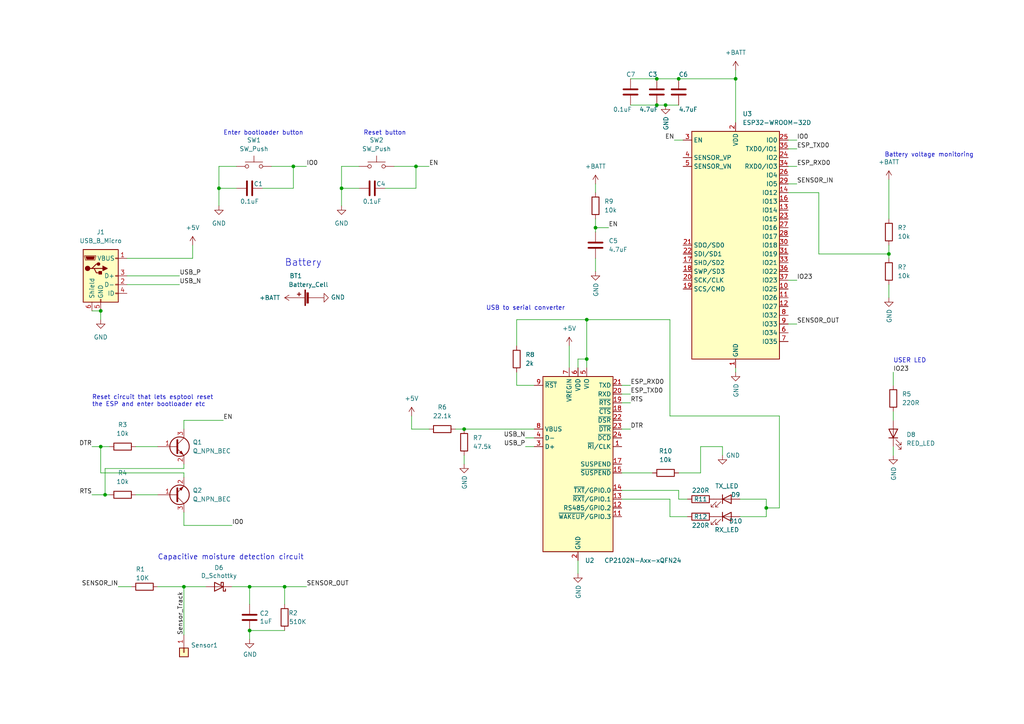
<source format=kicad_sch>
(kicad_sch (version 20211123) (generator eeschema)
  (paper "A4")
  (title_block (title "Capacitive Soil Moisture Sensor") (date "%%date%%") (rev "%%version%%") (comment 1 "Philipp Oberdiek ©") (comment 2 "Licensed under CERN-OHL-P v2"))
  (lib_symbols
    (symbol "Connector:USB_B_Micro" (pin_names (offset 1.016))
      (property "Reference" "J" (at -5.08 11.43 0))
      (property "Value" "USB_B_Micro" (at -5.08 8.89 0))
      (symbol "USB_B_Micro_0_1"
        (rectangle (start -5.08 -7.62) (end 5.08 7.62) (stroke (width 0.254)) (fill (type background)))
        (circle (center -3.81 2.159) (radius 0.635) (stroke (width 0.254)) (fill (type outline)))
        (circle (center -0.635 3.429) (radius 0.381) (stroke (width 0.254)) (fill (type outline)))
        (rectangle (start -0.127 -7.62) (end 0.127 -6.858))
        (polyline (pts (xy -1.905 2.159) (xy 0.635 2.159)) (stroke (width 0.254)))
        (polyline (pts (xy -3.175 2.159) (xy -2.54 2.159) (xy -1.27 3.429) (xy -0.635 3.429)) (stroke (width 0.254)))
        (polyline (pts (xy -2.54 2.159) (xy -1.905 2.159) (xy -1.27 0.889) (xy 0 0.889)) (stroke (width 0.254)))
        (polyline (pts (xy 0.635 2.794) (xy 0.635 1.524) (xy 1.905 2.159) (xy 0.635 2.794)) (stroke (width 0.254)) (fill (type outline)))
        (polyline (pts (xy -4.318 5.588) (xy -1.778 5.588) (xy -2.032 4.826) (xy -4.064 4.826) (xy -4.318 5.588)) (fill (type outline)))
        (polyline (pts (xy -4.699 5.842) (xy -4.699 5.588) (xy -4.445 4.826) (xy -4.445 4.572) (xy -1.651 4.572) (xy -1.651 4.826) (xy -1.397 5.588) (xy -1.397 5.842) (xy -4.699 5.842)))
        (rectangle (start 0.254 1.27) (end -0.508 0.508) (stroke (width 0.254)) (fill (type outline)))
        (rectangle (start 5.08 -5.207) (end 4.318 -4.953))
        (rectangle (start 5.08 -2.667) (end 4.318 -2.413))
        (rectangle (start 5.08 -0.127) (end 4.318 0.127))
        (rectangle (start 5.08 4.953) (end 4.318 5.207))
      )
      (symbol "USB_B_Micro_1_1"
        (pin power_out line (at 7.62 5.08 180) (length 2.54) (name "VBUS") (number "1"))
        (pin bidirectional line (at 7.62 -2.54 180) (length 2.54) (name "D-") (number "2"))
        (pin bidirectional line (at 7.62 0 180) (length 2.54) (name "D+") (number "3"))
        (pin passive line (at 7.62 -5.08 180) (length 2.54) (name "ID") (number "4"))
        (pin power_out line (at 0 -10.16 90) (length 2.54) (name "GND") (number "5"))
        (pin passive line (at -2.54 -10.16 90) (length 2.54) (name "Shield") (number "6"))
      )
    )
    (symbol "Connector_Generic:Conn_01x01" (pin_names (offset 1.016) hide)
      (property "Reference" "J" (at 0 2.54 0))
      (property "Value" "Conn_01x01" (at 0 -2.54 0))
      (symbol "Conn_01x01_1_1"
        (rectangle (start -1.27 0.127) (end 0 -0.127) (stroke (width 0.1524)))
        (rectangle (start -1.27 1.27) (end 1.27 -1.27) (stroke (width 0.254)) (fill (type background)))
        (pin passive line (at -5.08 0 0) (length 3.81) (name "Pin_1") (number "1"))
      )
    )
    (symbol "Device:Battery_Cell" (pin_numbers hide) (pin_names (offset 0) hide)
      (property "Reference" "BT" (at 2.54 2.54 0))
      (property "Value" "Battery_Cell" (at 2.54 0 0))
      (symbol "Battery_Cell_0_1"
        (rectangle (start -2.286 1.778) (end 2.286 1.524) (fill (type outline)))
        (rectangle (start -1.5748 1.1938) (end 1.4732 0.6858) (fill (type outline)))
        (polyline (pts (xy 0 0.762) (xy 0 0)))
        (polyline (pts (xy 0 1.778) (xy 0 2.54)))
        (polyline (pts (xy 0.508 3.429) (xy 1.524 3.429)) (stroke (width 0.254)))
        (polyline (pts (xy 1.016 3.937) (xy 1.016 2.921)) (stroke (width 0.254)))
      )
      (symbol "Battery_Cell_1_1"
        (pin passive line (at 0 5.08 270) (length 2.54) (name "+") (number "1"))
        (pin passive line (at 0 -2.54 90) (length 2.54) (name "-") (number "2"))
      )
    )
    (symbol "Device:C" (pin_numbers hide) (pin_names (offset 0.254))
      (property "Reference" "C" (at 0.635 2.54 0))
      (property "Value" "C" (at 0.635 -2.54 0))
      (symbol "C_0_1"
        (polyline (pts (xy -2.032 -0.762) (xy 2.032 -0.762)) (stroke (width 0.508)))
        (polyline (pts (xy -2.032 0.762) (xy 2.032 0.762)) (stroke (width 0.508)))
      )
      (symbol "C_1_1"
        (pin passive line (at 0 3.81 270) (length 2.794) (name "~") (number "1"))
        (pin passive line (at 0 -3.81 90) (length 2.794) (name "~") (number "2"))
      )
    )
    (symbol "Device:D_Schottky" (pin_numbers hide) (pin_names (offset 1.016) hide)
      (property "Reference" "D" (at 0 2.54 0))
      (property "Value" "D_Schottky" (at 0 -2.54 0))
      (symbol "D_Schottky_0_1"
        (polyline (pts (xy 1.27 0) (xy -1.27 0)))
        (polyline (pts (xy 1.27 1.27) (xy 1.27 -1.27) (xy -1.27 0) (xy 1.27 1.27)) (stroke (width 0.254)))
        (polyline (pts (xy -1.905 0.635) (xy -1.905 1.27) (xy -1.27 1.27) (xy -1.27 -1.27) (xy -0.635 -1.27) (xy -0.635 -0.635)) (stroke (width 0.254)))
      )
      (symbol "D_Schottky_1_1"
        (pin passive line (at -3.81 0 0) (length 2.54) (name "K") (number "1"))
        (pin passive line (at 3.81 0 180) (length 2.54) (name "A") (number "2"))
      )
    )
    (symbol "Device:LED" (pin_numbers hide) (pin_names (offset 1.016) hide)
      (property "Reference" "D" (at 0 2.54 0))
      (property "Value" "LED" (at 0 -2.54 0))
      (symbol "LED_0_1"
        (polyline (pts (xy -1.27 -1.27) (xy -1.27 1.27)) (stroke (width 0.254)))
        (polyline (pts (xy -1.27 0) (xy 1.27 0)))
        (polyline (pts (xy 1.27 -1.27) (xy 1.27 1.27) (xy -1.27 0) (xy 1.27 -1.27)) (stroke (width 0.254)))
        (polyline (pts (xy -3.048 -0.762) (xy -4.572 -2.286) (xy -3.81 -2.286) (xy -4.572 -2.286) (xy -4.572 -1.524)))
        (polyline (pts (xy -1.778 -0.762) (xy -3.302 -2.286) (xy -2.54 -2.286) (xy -3.302 -2.286) (xy -3.302 -1.524)))
      )
      (symbol "LED_1_1"
        (pin passive line (at -3.81 0 0) (length 2.54) (name "K") (number "1"))
        (pin passive line (at 3.81 0 180) (length 2.54) (name "A") (number "2"))
      )
    )
    (symbol "Device:Q_NPN_BEC" (pin_names (offset 0) hide)
      (property "Reference" "Q" (at 5.08 1.27 0))
      (property "Value" "Q_NPN_BEC" (at 5.08 -1.27 0))
      (symbol "Q_NPN_BEC_0_1"
        (polyline (pts (xy 0.635 0.635) (xy 2.54 2.54)))
        (polyline (pts (xy 0.635 -0.635) (xy 2.54 -2.54) (xy 2.54 -2.54)))
        (polyline (pts (xy 0.635 1.905) (xy 0.635 -1.905) (xy 0.635 -1.905)) (stroke (width 0.508)))
        (polyline (pts (xy 1.27 -1.778) (xy 1.778 -1.27) (xy 2.286 -2.286) (xy 1.27 -1.778) (xy 1.27 -1.778)) (fill (type outline)))
        (circle (center 1.27 0) (radius 2.8194) (stroke (width 0.254)))
      )
      (symbol "Q_NPN_BEC_1_1"
        (pin input line (at -5.08 0 0) (length 5.715) (name "B") (number "1"))
        (pin passive line (at 2.54 -5.08 90) (length 2.54) (name "E") (number "2"))
        (pin passive line (at 2.54 5.08 270) (length 2.54) (name "C") (number "3"))
      )
    )
    (symbol "Device:R" (pin_numbers hide) (pin_names (offset 0))
      (property "Reference" "R" (at 2.032 0 90))
      (property "Value" "R" (at 0 0 90))
      (symbol "R_0_1"
        (rectangle (start -1.016 -2.54) (end 1.016 2.54) (stroke (width 0.254)))
      )
      (symbol "R_1_1"
        (pin passive line (at 0 3.81 270) (length 1.27) (name "~") (number "1"))
        (pin passive line (at 0 -3.81 90) (length 1.27) (name "~") (number "2"))
      )
    )
    (symbol "Interface_USB:CP2102N-Axx-xQFN24"
      (property "Reference" "U" (at -8.89 26.67 0))
      (property "Value" "CP2102N-Axx-xQFN24" (at 13.97 26.67 0))
      (symbol "CP2102N-Axx-xQFN24_0_1"
        (rectangle (start -10.16 25.4) (end 10.16 -25.4) (stroke (width 0.254)) (fill (type background)))
      )
      (symbol "CP2102N-Axx-xQFN24_1_1"
        (pin bidirectional line (at 12.7 5.08 180) (length 2.54) (name "~{RI}/CLK") (number "1"))
        (pin no_connect line (at -10.16 -22.86 0) (length 2.54) hide (name "NC") (number "10"))
        (pin bidirectional line (at 12.7 -15.24 180) (length 2.54) (name "~{WAKEUP}/GPIO.3") (number "11"))
        (pin bidirectional line (at 12.7 -12.7 180) (length 2.54) (name "RS485/GPIO.2") (number "12"))
        (pin bidirectional line (at 12.7 -10.16 180) (length 2.54) (name "~{RXT}/GPIO.1") (number "13"))
        (pin bidirectional line (at 12.7 -7.62 180) (length 2.54) (name "~{TXT}/GPIO.0") (number "14"))
        (pin output line (at 12.7 -2.54 180) (length 2.54) (name "~{SUSPEND}") (number "15"))
        (pin no_connect line (at 10.16 -22.86 180) (length 2.54) hide (name "NC") (number "16"))
        (pin output line (at 12.7 0 180) (length 2.54) (name "SUSPEND") (number "17"))
        (pin input line (at 12.7 15.24 180) (length 2.54) (name "~{CTS}") (number "18"))
        (pin output line (at 12.7 17.78 180) (length 2.54) (name "~{RTS}") (number "19"))
        (pin power_in line (at 0 -27.94 90) (length 2.54) (name "GND") (number "2"))
        (pin input line (at 12.7 20.32 180) (length 2.54) (name "RXD") (number "20"))
        (pin output line (at 12.7 22.86 180) (length 2.54) (name "TXD") (number "21"))
        (pin input line (at 12.7 12.7 180) (length 2.54) (name "~{DSR}") (number "22"))
        (pin output line (at 12.7 10.16 180) (length 2.54) (name "~{DTR}") (number "23"))
        (pin input line (at 12.7 7.62 180) (length 2.54) (name "~{DCD}") (number "24"))
        (pin passive line (at 0 -27.94 90) (length 2.54) hide (name "GND") (number "25"))
        (pin bidirectional line (at -12.7 5.08 0) (length 2.54) (name "D+") (number "3"))
        (pin bidirectional line (at -12.7 7.62 0) (length 2.54) (name "D-") (number "4"))
        (pin power_in line (at 2.54 27.94 270) (length 2.54) (name "VIO") (number "5"))
        (pin power_in line (at 0 27.94 270) (length 2.54) (name "VDD") (number "6"))
        (pin power_in line (at -2.54 27.94 270) (length 2.54) (name "VREGIN") (number "7"))
        (pin input line (at -12.7 10.16 0) (length 2.54) (name "VBUS") (number "8"))
        (pin input line (at -12.7 22.86 0) (length 2.54) (name "~{RST}") (number "9"))
      )
    )
    (symbol "RF_Module:ESP32-WROOM-32D"
      (property "Reference" "U" (at -12.7 34.29 0))
      (property "Value" "ESP32-WROOM-32D" (at 1.27 34.29 0))
      (symbol "ESP32-WROOM-32D_0_1"
        (rectangle (start -12.7 33.02) (end 12.7 -33.02) (stroke (width 0.254)) (fill (type background)))
      )
      (symbol "ESP32-WROOM-32D_1_1"
        (pin power_in line (at 0 -35.56 90) (length 2.54) (name "GND") (number "1"))
        (pin bidirectional line (at 15.24 -12.7 180) (length 2.54) (name "IO25") (number "10"))
        (pin bidirectional line (at 15.24 -15.24 180) (length 2.54) (name "IO26") (number "11"))
        (pin bidirectional line (at 15.24 -17.78 180) (length 2.54) (name "IO27") (number "12"))
        (pin bidirectional line (at 15.24 10.16 180) (length 2.54) (name "IO14") (number "13"))
        (pin bidirectional line (at 15.24 15.24 180) (length 2.54) (name "IO12") (number "14"))
        (pin passive line (at 0 -35.56 90) (length 2.54) hide (name "GND") (number "15"))
        (pin bidirectional line (at 15.24 12.7 180) (length 2.54) (name "IO13") (number "16"))
        (pin bidirectional line (at -15.24 -5.08 0) (length 2.54) (name "SHD/SD2") (number "17"))
        (pin bidirectional line (at -15.24 -7.62 0) (length 2.54) (name "SWP/SD3") (number "18"))
        (pin bidirectional line (at -15.24 -12.7 0) (length 2.54) (name "SCS/CMD") (number "19"))
        (pin power_in line (at 0 35.56 270) (length 2.54) (name "VDD") (number "2"))
        (pin bidirectional line (at -15.24 -10.16 0) (length 2.54) (name "SCK/CLK") (number "20"))
        (pin bidirectional line (at -15.24 0 0) (length 2.54) (name "SDO/SD0") (number "21"))
        (pin bidirectional line (at -15.24 -2.54 0) (length 2.54) (name "SDI/SD1") (number "22"))
        (pin bidirectional line (at 15.24 7.62 180) (length 2.54) (name "IO15") (number "23"))
        (pin bidirectional line (at 15.24 25.4 180) (length 2.54) (name "IO2") (number "24"))
        (pin bidirectional line (at 15.24 30.48 180) (length 2.54) (name "IO0") (number "25"))
        (pin bidirectional line (at 15.24 20.32 180) (length 2.54) (name "IO4") (number "26"))
        (pin bidirectional line (at 15.24 5.08 180) (length 2.54) (name "IO16") (number "27"))
        (pin bidirectional line (at 15.24 2.54 180) (length 2.54) (name "IO17") (number "28"))
        (pin bidirectional line (at 15.24 17.78 180) (length 2.54) (name "IO5") (number "29"))
        (pin input line (at -15.24 30.48 0) (length 2.54) (name "EN") (number "3"))
        (pin bidirectional line (at 15.24 0 180) (length 2.54) (name "IO18") (number "30"))
        (pin bidirectional line (at 15.24 -2.54 180) (length 2.54) (name "IO19") (number "31"))
        (pin no_connect line (at -12.7 -27.94 0) (length 2.54) hide (name "NC") (number "32"))
        (pin bidirectional line (at 15.24 -5.08 180) (length 2.54) (name "IO21") (number "33"))
        (pin bidirectional line (at 15.24 22.86 180) (length 2.54) (name "RXD0/IO3") (number "34"))
        (pin bidirectional line (at 15.24 27.94 180) (length 2.54) (name "TXD0/IO1") (number "35"))
        (pin bidirectional line (at 15.24 -7.62 180) (length 2.54) (name "IO22") (number "36"))
        (pin bidirectional line (at 15.24 -10.16 180) (length 2.54) (name "IO23") (number "37"))
        (pin passive line (at 0 -35.56 90) (length 2.54) hide (name "GND") (number "38"))
        (pin passive line (at 0 -35.56 90) (length 2.54) hide (name "GND") (number "39"))
        (pin input line (at -15.24 25.4 0) (length 2.54) (name "SENSOR_VP") (number "4"))
        (pin input line (at -15.24 22.86 0) (length 2.54) (name "SENSOR_VN") (number "5"))
        (pin input line (at 15.24 -25.4 180) (length 2.54) (name "IO34") (number "6"))
        (pin input line (at 15.24 -27.94 180) (length 2.54) (name "IO35") (number "7"))
        (pin bidirectional line (at 15.24 -20.32 180) (length 2.54) (name "IO32") (number "8"))
        (pin bidirectional line (at 15.24 -22.86 180) (length 2.54) (name "IO33") (number "9"))
      )
    )
    (symbol "Switch:SW_Push" (pin_numbers hide) (pin_names (offset 1.016) hide)
      (property "Reference" "SW" (at 1.27 2.54 0))
      (property "Value" "SW_Push" (at 0 -1.524 0))
      (symbol "SW_Push_0_1"
        (circle (center -2.032 0) (radius 0.508))
        (polyline (pts (xy 0 1.27) (xy 0 3.048)))
        (polyline (pts (xy 2.54 1.27) (xy -2.54 1.27)))
        (circle (center 2.032 0) (radius 0.508))
        (pin passive line (at -5.08 0 0) (length 2.54) (name "1") (number "1"))
        (pin passive line (at 5.08 0 180) (length 2.54) (name "2") (number "2"))
      )
    )
    (symbol "power:+5V" (power) (pin_names (offset 0))
      (property "Value" "+5V" (at 0 3.556 0))
      (symbol "+5V_0_1"
        (polyline (pts (xy -0.762 1.27) (xy 0 2.54)))
        (polyline (pts (xy 0 0) (xy 0 2.54)))
        (polyline (pts (xy 0 2.54) (xy 0.762 1.27)))
      )
      (symbol "+5V_1_1"
        (pin power_in line (at 0 0 90) (length 0) hide (name "+5V") (number "1"))
      )
    )
    (symbol "power:+BATT" (power) (pin_names (offset 0))
      (property "Value" "+BATT" (at 0 3.556 0))
      (symbol "+BATT_0_1"
        (polyline (pts (xy -0.762 1.27) (xy 0 2.54)))
        (polyline (pts (xy 0 0) (xy 0 2.54)))
        (polyline (pts (xy 0 2.54) (xy 0.762 1.27)))
      )
      (symbol "+BATT_1_1"
        (pin power_in line (at 0 0 90) (length 0) hide (name "+BATT") (number "1"))
      )
    )
    (symbol "power:GND" (power) (pin_names (offset 0))
      (property "Value" "GND" (at 0 -3.81 0))
      (symbol "GND_0_1"
        (polyline (pts (xy 0 0) (xy 0 -1.27) (xy 1.27 -1.27) (xy 0 -2.54) (xy -1.27 -1.27) (xy 0 -1.27)))
      )
      (symbol "GND_1_1"
        (pin power_in line (at 0 0 270) (length 0) hide (name "GND") (number "1"))
      )
    )
  )
  (junction (at 190.5 22.86))
  (junction (at 134.62 124.46))
  (junction (at 30.48 143.51))
  (junction (at 190.5 30.48))
  (junction (at 196.85 22.86))
  (junction (at 172.72 66.04))
  (junction (at 120.65 48.26))
  (junction (at 213.36 22.86))
  (junction (at 85.09 48.26))
  (junction (at 257.81 73.66))
  (junction (at 72.39 170.18))
  (junction (at 29.21 129.54))
  (junction (at 170.18 92.71))
  (junction (at 99.06 54.61))
  (junction (at 82.55 170.18))
  (junction (at 53.34 170.18))
  (junction (at 170.18 104.14))
  (junction (at 72.39 182.88))
  (junction (at 29.21 90.17))
  (junction (at 193.04 30.48))
  (junction (at 222.25 147.32))
  (junction (at 63.5 54.61))
  (wire (pts (xy 53.34 170.18) (xy 59.69 170.18)))
  (wire (pts (xy 222.25 144.78) (xy 222.25 147.32)))
  (wire (pts (xy 228.6 48.26) (xy 231.14 48.26)))
  (wire (pts (xy 180.34 124.46) (xy 182.88 124.46)))
  (wire (pts (xy 29.21 129.54) (xy 29.21 137.16)))
  (wire (pts (xy 63.5 54.61) (xy 68.58 54.61)))
  (wire (pts (xy 111.76 54.61) (xy 120.65 54.61)))
  (wire (pts (xy 194.31 120.65) (xy 194.31 92.71)))
  (wire (pts (xy 72.39 175.26) (xy 72.39 170.18)))
  (wire (pts (xy 29.21 129.54) (xy 31.75 129.54)))
  (wire (pts (xy 193.04 30.48) (xy 196.85 30.48)))
  (wire (pts (xy 237.49 73.66) (xy 237.49 55.88)))
  (wire (pts (xy 36.83 74.93) (xy 55.88 74.93)))
  (wire (pts (xy 167.64 106.68) (xy 167.64 104.14)))
  (wire (pts (xy 180.34 114.3) (xy 182.88 114.3)))
  (wire (pts (xy 213.36 20.32) (xy 213.36 22.86)))
  (wire (pts (xy 167.64 104.14) (xy 170.18 104.14)))
  (wire (pts (xy 195.58 40.64) (xy 198.12 40.64)))
  (wire (pts (xy 53.34 124.46) (xy 53.34 121.92)))
  (wire (pts (xy 99.06 59.69) (xy 99.06 54.61)))
  (wire (pts (xy 180.34 111.76) (xy 182.88 111.76)))
  (wire (pts (xy 194.31 144.78) (xy 194.31 149.86)))
  (wire (pts (xy 172.72 74.93) (xy 172.72 78.74)))
  (wire (pts (xy 165.1 100.33) (xy 165.1 106.68)))
  (wire (pts (xy 196.85 144.78) (xy 199.39 144.78)))
  (wire (pts (xy 119.38 124.46) (xy 124.46 124.46)))
  (wire (pts (xy 180.34 144.78) (xy 194.31 144.78)))
  (wire (pts (xy 134.62 124.46) (xy 154.94 124.46)))
  (wire (pts (xy 228.6 40.64) (xy 231.14 40.64)))
  (wire (pts (xy 180.34 137.16) (xy 189.23 137.16)))
  (wire (pts (xy 259.08 129.54) (xy 259.08 132.08)))
  (wire (pts (xy 36.83 82.55) (xy 52.07 82.55)))
  (wire (pts (xy 36.83 80.01) (xy 52.07 80.01)))
  (wire (pts (xy 132.08 124.46) (xy 134.62 124.46)))
  (wire (pts (xy 209.55 129.54) (xy 209.55 132.08)))
  (wire (pts (xy 119.38 120.65) (xy 119.38 124.46)))
  (wire (pts (xy 30.48 143.51) (xy 30.48 135.89)))
  (wire (pts (xy 196.85 142.24) (xy 196.85 144.78)))
  (wire (pts (xy 190.5 22.86) (xy 196.85 22.86)))
  (wire (pts (xy 154.94 111.76) (xy 149.86 111.76)))
  (wire (pts (xy 29.21 90.17) (xy 29.21 92.71)))
  (wire (pts (xy 228.6 81.28) (xy 231.14 81.28)))
  (wire (pts (xy 26.67 90.17) (xy 29.21 90.17)))
  (wire (pts (xy 228.6 93.98) (xy 231.14 93.98)))
  (wire (pts (xy 34.29 170.18) (xy 38.1 170.18)))
  (wire (pts (xy 222.25 147.32) (xy 222.25 149.86)))
  (wire (pts (xy 45.72 170.18) (xy 53.34 170.18)))
  (wire (pts (xy 26.67 143.51) (xy 30.48 143.51)))
  (wire (pts (xy 214.63 149.86) (xy 222.25 149.86)))
  (wire (pts (xy 82.55 170.18) (xy 88.9 170.18)))
  (wire (pts (xy 182.88 22.86) (xy 190.5 22.86)))
  (wire (pts (xy 228.6 53.34) (xy 231.14 53.34)))
  (wire (pts (xy 149.86 92.71) (xy 170.18 92.71)))
  (wire (pts (xy 39.37 129.54) (xy 45.72 129.54)))
  (wire (pts (xy 72.39 182.88) (xy 72.39 185.42)))
  (wire (pts (xy 55.88 74.93) (xy 55.88 71.12)))
  (wire (pts (xy 53.34 152.4) (xy 67.31 152.4)))
  (wire (pts (xy 85.09 54.61) (xy 85.09 48.26)))
  (wire (pts (xy 167.64 162.56) (xy 167.64 166.37)))
  (wire (pts (xy 196.85 137.16) (xy 203.2 137.16)))
  (wire (pts (xy 53.34 137.16) (xy 53.34 138.43)))
  (wire (pts (xy 152.4 129.54) (xy 154.94 129.54)))
  (wire (pts (xy 228.6 43.18) (xy 231.14 43.18)))
  (wire (pts (xy 222.25 147.32) (xy 226.06 147.32)))
  (wire (pts (xy 194.31 92.71) (xy 170.18 92.71)))
  (wire (pts (xy 257.81 73.66) (xy 257.81 74.93)))
  (wire (pts (xy 149.86 92.71) (xy 149.86 100.33)))
  (wire (pts (xy 63.5 54.61) (xy 63.5 48.26)))
  (wire (pts (xy 53.34 134.62) (xy 53.34 135.89)))
  (wire (pts (xy 172.72 63.5) (xy 172.72 66.04)))
  (wire (pts (xy 85.09 48.26) (xy 88.9 48.26)))
  (wire (pts (xy 82.55 175.26) (xy 82.55 170.18)))
  (wire (pts (xy 172.72 66.04) (xy 176.53 66.04)))
  (wire (pts (xy 257.81 82.55) (xy 257.81 86.36)))
  (wire (pts (xy 149.86 107.95) (xy 149.86 111.76)))
  (wire (pts (xy 259.08 107.95) (xy 259.08 111.76)))
  (wire (pts (xy 190.5 30.48) (xy 193.04 30.48)))
  (wire (pts (xy 63.5 59.69) (xy 63.5 54.61)))
  (wire (pts (xy 29.21 137.16) (xy 53.34 137.16)))
  (wire (pts (xy 203.2 137.16) (xy 203.2 129.54)))
  (wire (pts (xy 63.5 48.26) (xy 68.58 48.26)))
  (wire (pts (xy 257.81 52.07) (xy 257.81 63.5)))
  (wire (pts (xy 214.63 144.78) (xy 222.25 144.78)))
  (wire (pts (xy 120.65 48.26) (xy 124.46 48.26)))
  (wire (pts (xy 152.4 127) (xy 154.94 127)))
  (wire (pts (xy 26.67 129.54) (xy 29.21 129.54)))
  (wire (pts (xy 76.2 54.61) (xy 85.09 54.61)))
  (wire (pts (xy 257.81 71.12) (xy 257.81 73.66)))
  (wire (pts (xy 203.2 129.54) (xy 209.55 129.54)))
  (wire (pts (xy 213.36 22.86) (xy 213.36 35.56)))
  (wire (pts (xy 172.72 53.34) (xy 172.72 55.88)))
  (wire (pts (xy 213.36 106.68) (xy 213.36 107.95)))
  (wire (pts (xy 226.06 120.65) (xy 194.31 120.65)))
  (wire (pts (xy 99.06 54.61) (xy 99.06 48.26)))
  (wire (pts (xy 120.65 48.26) (xy 114.3 48.26)))
  (wire (pts (xy 259.08 119.38) (xy 259.08 121.92)))
  (wire (pts (xy 99.06 48.26) (xy 104.14 48.26)))
  (wire (pts (xy 82.55 182.88) (xy 72.39 182.88)))
  (wire (pts (xy 170.18 92.71) (xy 170.18 104.14)))
  (wire (pts (xy 67.31 170.18) (xy 72.39 170.18)))
  (wire (pts (xy 180.34 142.24) (xy 196.85 142.24)))
  (wire (pts (xy 72.39 170.18) (xy 82.55 170.18)))
  (wire (pts (xy 226.06 120.65) (xy 226.06 147.32)))
  (wire (pts (xy 39.37 143.51) (xy 45.72 143.51)))
  (wire (pts (xy 99.06 54.61) (xy 104.14 54.61)))
  (wire (pts (xy 257.81 73.66) (xy 237.49 73.66)))
  (wire (pts (xy 182.88 30.48) (xy 190.5 30.48)))
  (wire (pts (xy 170.18 104.14) (xy 170.18 106.68)))
  (wire (pts (xy 172.72 66.04) (xy 172.72 67.31)))
  (wire (pts (xy 180.34 116.84) (xy 182.88 116.84)))
  (wire (pts (xy 237.49 55.88) (xy 228.6 55.88)))
  (wire (pts (xy 30.48 135.89) (xy 53.34 135.89)))
  (wire (pts (xy 53.34 184.15) (xy 53.34 170.18)))
  (wire (pts (xy 134.62 132.08) (xy 134.62 134.62)))
  (wire (pts (xy 53.34 121.92) (xy 64.77 121.92)))
  (wire (pts (xy 120.65 54.61) (xy 120.65 48.26)))
  (wire (pts (xy 85.09 48.26) (xy 78.74 48.26)))
  (wire (pts (xy 196.85 22.86) (xy 213.36 22.86)))
  (wire (pts (xy 53.34 148.59) (xy 53.34 152.4)))
  (wire (pts (xy 30.48 143.51) (xy 31.75 143.51)))
  (wire (pts (xy 194.31 149.86) (xy 199.39 149.86)))
  (text "USB to serial converter" (at 140.97 90.17 0) (effects (font (size 1.27 1.27)) (justify left bottom)))
  (text "USER LED" (at 259.08 105.41 0) (effects (font (size 1.27 1.27)) (justify left bottom)))
  (text "Reset circuit that lets esptool reset\nthe ESP and enter bootloader etc" (at 26.67 118.11 0) (effects (font (size 1.27 1.27)) (justify left bottom)))
  (text "Battery voltage monitoring" (at 256.54 45.72 0) (effects (font (size 1.27 1.27)) (justify left bottom)))
  (text "Enter bootloader button" (at 64.77 39.37 0) (effects (font (size 1.27 1.27)) (justify left bottom)))
  (text "Battery" (at 82.55 77.47 0) (effects (font (size 2.0066 2.0066)) (justify left bottom)))
  (text "Capacitive moisture detection circuit" (at 45.72 162.56 0) (effects (font (size 1.5 1.5)) (justify left bottom)))
  (text "Reset button" (at 105.41 39.37 0) (effects (font (size 1.27 1.27)) (justify left bottom)))
  (label "EN" (at 195.58 40.64 180))
  (label "IO23" (at 231.14 81.28 0))
  (label "ESP_RXD0" (at 182.88 111.76 0))
  (label "USB_N" (at 52.07 82.55 0))
  (label "DTR" (at 26.67 129.54 180))
  (label "ESP_RXD0" (at 231.14 48.26 0))
  (label "EN" (at 64.77 121.92 0))
  (label "DTR" (at 182.88 124.46 0))
  (label "IO23" (at 259.08 107.95 0))
  (label "SENSOR_IN" (at 34.29 170.18 180))
  (label "IO0" (at 88.9 48.26 0))
  (label "USB_P" (at 152.4 129.54 180))
  (label "EN" (at 176.53 66.04 0))
  (label "ESP_TXD0" (at 231.14 43.18 0))
  (label "SENSOR_OUT" (at 88.9 170.18 0))
  (label "IO0" (at 231.14 40.64 0))
  (label "ESP_TXD0" (at 182.88 114.3 0))
  (label "USB_P" (at 52.07 80.01 0))
  (label "SENSOR_OUT" (at 231.14 93.98 0))
  (label "IO0" (at 67.31 152.4 0))
  (label "Sensor_Track" (at 53.34 184.15 90))
  (label "RTS" (at 26.67 143.51 180))
  (label "SENSOR_IN" (at 231.14 53.34 0))
  (label "USB_N" (at 152.4 127 180))
  (label "EN" (at 124.46 48.26 0))
  (label "RTS" (at 182.88 116.84 0))
  (symbol (lib_id "Device:R") (at 41.91 170.18 270) (unit 1)
    (property "Reference" "R1" (at 39.37 165.1 90) (effects (justify left)))
    (property "Value" "10K" (at 39.37 167.64 90) (effects (justify left)))
    (property "Footprint" "Resistor_SMD:R_0603_1608Metric" (effects hide))
    (property "LCSC" "C17414" (effects hide))
    (property "Config" "+rotated" (effects hide))
  )
  (symbol (lib_id "Device:C") (at 72.39 179.07 0) (unit 1)
    (property "Reference" "C2" (at 75.311 177.9016 0) (effects (justify left)))
    (property "Value" "1uF" (at 75.311 180.213 0) (effects (justify left)))
    (property "Footprint" "Capacitor_SMD:C_0603_1608Metric" (effects hide))
    (property "LCSC" "C28323" (effects hide))
    (property "Config" "+rotated" (effects hide))
  )
  (symbol (lib_id "Device:R") (at 82.55 179.07 180) (unit 1)
    (property "Reference" "R2" (at 86.36 177.8 0) (effects (justify left)))
    (property "Value" "510K" (at 88.9 180.34 0) (effects (justify left)))
    (property "Footprint" "Resistor_SMD:R_0603_1608Metric" (effects hide))
    (property "LCSC" "C17733" (effects hide))
    (property "Config" "+rotated" (effects hide))
  )
  (symbol (lib_id "power:GND") (at 72.39 185.42 0) (unit 1)
    (property "Reference" "#PWR0103" (effects hide))
    (property "Value" "GND" (at 72.517 189.8142 0))
  )
  (symbol (lib_id "Device:Battery_Cell") (at 90.17 86.36 90) (unit 1)
    (property "Reference" "BT1" (at 87.63 80.01 90) (effects (justify left)))
    (property "Value" "Battery_Cell" (at 95.25 82.55 90) (effects (justify left)))
    (property "Footprint" "kicad_footprints:CR123A Battery Holder" (effects hide))
    (property "Datasheet" "https://www.keyelco.com/userAssets/file/M65p11.pdf" (effects hide))
  )
  (symbol (lib_id "power:GND") (at 92.71 86.36 90) (unit 1)
    (property "Reference" "#PWR0102" (effects hide))
    (property "Value" "GND" (at 95.9612 86.233 90) (effects (justify right)))
  )
  (symbol (lib_id "Connector_Generic:Conn_01x01") (at 53.34 189.23 270) (unit 1)
    (property "Reference" "Sensor1" (at 55.372 187.1472 90) (effects (justify left)))
    (property "Value" "Conn_01x01" (effects hide))
    (property "Footprint" "MyFootprints:Capacitive_Soil_Moisture_Sensor" (effects hide))
  )
  (symbol (lib_id "power:+BATT") (at 85.09 86.36 90) (unit 1)
    (property "Reference" "#PWR0101" (effects hide))
    (property "Value" "+BATT" (at 81.28 86.36 90) (effects (justify left)))
  )
  (symbol (lib_id "Device:R") (at 257.81 67.31 0) (unit 1)
    (property "Reference" "R?" (at 260.35 66.0399 0) (effects (justify left)))
    (property "Value" "10k" (at 260.35 68.5799 0) (effects (justify left)))
    (property "Footprint" "Resistor_SMD:R_0603_1608Metric" (effects hide))
  )
  (symbol (lib_id "Device:C") (at 182.88 26.67 0) (unit 1)
    (property "Reference" "C7" (at 181.61 21.59 0) (effects (justify left)))
    (property "Value" "0.1uF" (at 177.8 31.75 0) (effects (justify left)))
    (property "Footprint" "Capacitor_SMD:C_0603_1608Metric" (effects hide))
    (property "LCSC" "C694249 " (effects hide))
  )
  (symbol (lib_id "Device:R") (at 35.56 143.51 270) (unit 1)
    (property "Reference" "R4" (at 35.56 137.16 90))
    (property "Value" "10k" (at 35.56 139.7 90))
    (property "Footprint" "Resistor_SMD:R_0603_1608Metric" (effects hide))
  )
  (symbol (lib_id "Device:C") (at 190.5 26.67 0) (unit 1)
    (property "Reference" "C3" (at 187.96 21.59 0) (effects (justify left)))
    (property "Value" "4.7uF" (at 185.42 31.75 0) (effects (justify left)))
    (property "Footprint" "Capacitor_SMD:C_0603_1608Metric" (effects hide))
    (property "LCSC" "C108342 " (effects hide))
  )
  (symbol (lib_id "Switch:SW_Push") (at 109.22 48.26 0) (unit 1)
    (property "Reference" "SW2" (at 109.22 40.64 0))
    (property "Value" "SW_Push" (at 109.22 43.18 0))
    (property "Footprint" "Button_Switch_SMD:SW_SPST_B3U-1000P" (effects hide))
    (property "LCSC" "C231329" (effects hide))
  )
  (symbol (lib_id "Device:LED") (at 210.82 144.78 0) (unit 1)
    (property "Reference" "D9" (at 213.36 143.51 0))
    (property "Value" "TX_LED" (at 210.82 140.97 0))
    (property "Footprint" "LED_SMD:LED_0603_1608Metric" (effects hide))
    (property "LCSC" "C118339" (effects hide))
  )
  (symbol (lib_id "Device:R") (at 193.04 137.16 90) (unit 1)
    (property "Reference" "R10" (at 193.04 130.81 90))
    (property "Value" "10k" (at 193.04 133.35 90))
    (property "Footprint" "Resistor_SMD:R_0603_1608Metric" (effects hide))
  )
  (symbol (lib_id "Device:D_Schottky") (at 63.5 170.18 180) (unit 1)
    (property "Reference" "D6" (at 63.5 164.6682 0))
    (property "Value" "D_Schottky" (at 63.5 166.9796 0))
    (property "Footprint" "Diode_SMD:D_SOD-323_HandSoldering" (effects hide))
    (property "LCSC" "C154819" (effects hide))
    (property "Config" "+rotated" (effects hide))
  )
  (symbol (lib_id "power:+5V") (at 119.38 120.65 0) (unit 1)
    (property "Reference" "#PWR0106" (effects hide))
    (property "Value" "+5V" (at 119.38 115.57 0))
  )
  (symbol (lib_id "Device:R") (at 149.86 104.14 0) (unit 1)
    (property "Reference" "R8" (at 152.4 102.8699 0) (effects (justify left)))
    (property "Value" "2k" (at 152.4 105.4099 0) (effects (justify left)))
    (property "Footprint" "Resistor_SMD:R_0603_1608Metric" (effects hide))
  )
  (symbol (lib_id "Interface_USB:CP2102N-Axx-xQFN24") (at 167.64 134.62 0) (unit 1)
    (property "Reference" "U2" (at 169.6594 162.56 0) (effects (justify left)))
    (property "Value" "CP2102N-Axx-xQFN24" (at 175.26 162.56 0) (effects (justify left)))
    (property "Footprint" "Package_DFN_QFN:QFN-24-1EP_4x4mm_P0.5mm_EP2.6x2.6mm" (effects hide))
    (property "Datasheet" "https://www.silabs.com/documents/public/data-sheets/cp2102n-datasheet.pdf" (effects hide))
    (property "LCSC" "C969151" (effects hide))
  )
  (symbol (lib_id "power:GND") (at 209.55 132.08 0) (unit 1)
    (property "Reference" "#PWR0116" (effects hide))
    (property "Value" "GND" (at 214.63 132.08 0) (effects (justify right)))
  )
  (symbol (lib_id "Device:R") (at 128.27 124.46 90) (unit 1)
    (property "Reference" "R6" (at 128.27 118.11 90))
    (property "Value" "22.1k" (at 128.27 120.65 90))
    (property "Footprint" "Resistor_SMD:R_0603_1608Metric" (effects hide))
  )
  (symbol (lib_id "Switch:SW_Push") (at 73.66 48.26 0) (unit 1)
    (property "Reference" "SW1" (at 73.66 40.64 0))
    (property "Value" "SW_Push" (at 73.66 43.18 0))
    (property "Footprint" "Button_Switch_SMD:SW_SPST_B3U-1000P" (effects hide))
    (property "LCSC" "C231329" (effects hide))
  )
  (symbol (lib_id "Device:R") (at 134.62 128.27 180) (unit 1)
    (property "Reference" "R7" (at 137.16 126.9999 0) (effects (justify right)))
    (property "Value" "47.5k" (at 137.16 129.5399 0) (effects (justify right)))
    (property "Footprint" "Resistor_SMD:R_0603_1608Metric" (effects hide))
  )
  (symbol (lib_id "Connector:USB_B_Micro") (at 29.21 80.01 0) (unit 1)
    (property "Reference" "J1" (at 29.21 67.31 0))
    (property "Value" "USB_B_Micro" (at 29.21 69.85 0))
    (property "Footprint" "Connector_USB:USB_Micro-B_Molex_47346-0001" (effects hide))
    (property "LCSC" "C132560" (effects hide))
  )
  (symbol (lib_id "power:+5V") (at 55.88 71.12 0) (unit 1)
    (property "Reference" "#PWR0111" (effects hide))
    (property "Value" "+5V" (at 55.88 66.04 0))
  )
  (symbol (lib_id "Device:LED") (at 259.08 125.73 90) (unit 1)
    (property "Reference" "D8" (at 262.89 126.0474 90) (effects (justify right)))
    (property "Value" "RED_LED" (at 262.89 128.5874 90) (effects (justify right)))
    (property "Footprint" "LED_SMD:LED_0603_1608Metric" (effects hide))
    (property "LCSC" "C118339" (effects hide))
  )
  (symbol (lib_id "power:+BATT") (at 172.72 53.34 0) (unit 1)
    (property "Reference" "#PWR0104" (effects hide))
    (property "Value" "+BATT" (at 172.72 48.26 0))
  )
  (symbol (lib_id "RF_Module:ESP32-WROOM-32D") (at 213.36 71.12 0) (unit 1)
    (property "Reference" "U3" (at 215.3794 33.02 0) (effects (justify left)))
    (property "Value" "ESP32-WROOM-32D" (at 215.3794 35.56 0) (effects (justify left)))
    (property "Footprint" "RF_Module:ESP32-WROOM-32" (effects hide))
    (property "Datasheet" "https://www.espressif.com/sites/default/files/documentation/esp32-wroom-32d_esp32-wroom-32u_datasheet_en.pdf" (effects hide))
    (property "LCSC" "C473012" (effects hide))
  )
  (symbol (lib_id "Device:R") (at 257.81 78.74 0) (unit 1)
    (property "Reference" "R?" (at 260.35 77.4699 0) (effects (justify left)))
    (property "Value" "10k" (at 260.35 80.0099 0) (effects (justify left)))
    (property "Footprint" "Resistor_SMD:R_0603_1608Metric" (effects hide))
  )
  (symbol (lib_id "Device:R") (at 259.08 115.57 0) (unit 1)
    (property "Reference" "R5" (at 261.62 114.2999 0) (effects (justify left)))
    (property "Value" "220R" (at 261.62 116.8399 0) (effects (justify left)))
    (property "Footprint" "Resistor_SMD:R_0603_1608Metric" (effects hide))
  )
  (symbol (lib_id "Device:C") (at 196.85 26.67 0) (unit 1)
    (property "Reference" "C6" (at 196.85 21.59 0) (effects (justify left)))
    (property "Value" "4.7uF" (at 196.85 31.75 0) (effects (justify left)))
    (property "Footprint" "Capacitor_SMD:C_0603_1608Metric" (effects hide))
    (property "LCSC" "C108342 " (effects hide))
  )
  (symbol (lib_id "power:+5V") (at 165.1 100.33 0) (unit 1)
    (property "Reference" "#PWR0105" (effects hide))
    (property "Value" "+5V" (at 165.1 95.25 0))
  )
  (symbol (lib_id "power:GND") (at 259.08 132.08 0) (unit 1)
    (property "Reference" "#PWR0107" (effects hide))
    (property "Value" "GND" (at 259.207 135.3312 90) (effects (justify right)))
  )
  (symbol (lib_id "Device:R") (at 203.2 144.78 90) (unit 1)
    (property "Reference" "R11" (at 203.2 144.78 90))
    (property "Value" "220R" (at 203.2 142.24 90))
    (property "Footprint" "Resistor_SMD:R_0603_1608Metric" (effects hide))
    (property "LCSC" "C365121" (effects hide))
  )
  (symbol (lib_id "Device:LED") (at 210.82 149.86 0) (unit 1)
    (property "Reference" "D10" (at 213.36 151.13 0))
    (property "Value" "RX_LED" (at 210.82 153.67 0))
    (property "Footprint" "LED_SMD:LED_0603_1608Metric" (effects hide))
    (property "LCSC" "C118339" (effects hide))
  )
  (symbol (lib_id "Device:Q_NPN_BEC") (at 50.8 129.54 0) (unit 1)
    (property "Reference" "Q1" (at 55.88 128.2699 0) (effects (justify left)))
    (property "Value" "Q_NPN_BEC" (at 55.88 130.8099 0) (effects (justify left)))
    (property "Footprint" "Package_TO_SOT_SMD:SOT-23" (effects hide))
    (property "LCSC" "C164886" (effects hide))
  )
  (symbol (lib_id "power:+BATT") (at 257.81 52.07 0) (unit 1)
    (property "Reference" "#PWR?" (effects hide))
    (property "Value" "+BATT" (at 257.81 46.99 0))
  )
  (symbol (lib_id "power:GND") (at 257.81 86.36 0) (unit 1)
    (property "Reference" "#PWR?" (effects hide))
    (property "Value" "GND" (at 257.937 89.6112 90) (effects (justify right)))
  )
  (symbol (lib_id "Device:R") (at 172.72 59.69 0) (unit 1)
    (property "Reference" "R9" (at 175.26 58.4199 0) (effects (justify left)))
    (property "Value" "10k" (at 175.26 60.9599 0) (effects (justify left)))
    (property "Footprint" "Resistor_SMD:R_0603_1608Metric" (effects hide))
  )
  (symbol (lib_id "Device:R") (at 35.56 129.54 270) (unit 1)
    (property "Reference" "R3" (at 35.56 123.19 90))
    (property "Value" "10k" (at 35.56 125.73 90))
    (property "Footprint" "Resistor_SMD:R_0603_1608Metric" (effects hide))
  )
  (symbol (lib_id "power:GND") (at 134.62 134.62 0) (unit 1)
    (property "Reference" "#PWR0108" (effects hide))
    (property "Value" "GND" (at 134.747 137.8712 90) (effects (justify right)))
  )
  (symbol (lib_id "power:GND") (at 63.5 59.69 0) (unit 1)
    (property "Reference" "#PWR0117" (effects hide))
    (property "Value" "GND" (at 63.5 64.77 0))
  )
  (symbol (lib_id "power:GND") (at 29.21 92.71 0) (unit 1)
    (property "Reference" "#PWR0118" (effects hide))
    (property "Value" "GND" (at 29.21 97.79 0))
  )
  (symbol (lib_id "Device:Q_NPN_BEC") (at 50.8 143.51 0) (mirror x) (unit 1)
    (property "Reference" "Q2" (at 55.88 142.2399 0) (effects (justify left)))
    (property "Value" "Q_NPN_BEC" (at 55.88 144.7799 0) (effects (justify left)))
    (property "Footprint" "Package_TO_SOT_SMD:SOT-23" (effects hide))
    (property "LCSC" "C164886" (effects hide))
  )
  (symbol (lib_id "Device:C") (at 72.39 54.61 90) (unit 1)
    (property "Reference" "C1" (at 74.93 53.34 90))
    (property "Value" "0.1uF" (at 72.39 58.42 90))
    (property "Footprint" "Capacitor_SMD:C_0603_1608Metric" (effects hide))
    (property "LCSC" "C694249 " (effects hide))
  )
  (symbol (lib_id "Device:C") (at 107.95 54.61 90) (unit 1)
    (property "Reference" "C4" (at 110.49 53.34 90))
    (property "Value" "0.1uF" (at 107.95 58.42 90))
    (property "Footprint" "Capacitor_SMD:C_0603_1608Metric" (effects hide))
    (property "LCSC" "C694249 " (effects hide))
  )
  (symbol (lib_id "power:GND") (at 213.36 107.95 0) (unit 1)
    (property "Reference" "#PWR0112" (effects hide))
    (property "Value" "GND" (at 213.487 111.2012 90) (effects (justify right)))
  )
  (symbol (lib_id "power:GND") (at 99.06 59.69 0) (unit 1)
    (property "Reference" "#PWR0113" (effects hide))
    (property "Value" "GND" (at 99.06 64.77 0))
  )
  (symbol (lib_id "power:GND") (at 172.72 78.74 0) (unit 1)
    (property "Reference" "#PWR0110" (effects hide))
    (property "Value" "GND" (at 172.847 81.9912 90) (effects (justify right)))
  )
  (symbol (lib_id "power:+BATT") (at 213.36 20.32 0) (unit 1)
    (property "Reference" "#PWR0115" (effects hide))
    (property "Value" "+BATT" (at 213.36 15.24 0))
  )
  (symbol (lib_id "Device:R") (at 203.2 149.86 90) (unit 1)
    (property "Reference" "R12" (at 203.2 149.86 90))
    (property "Value" "220R" (at 203.2 152.4 90))
    (property "Footprint" "Resistor_SMD:R_0603_1608Metric" (effects hide))
    (property "LCSC" "C365121" (effects hide))
  )
  (symbol (lib_id "power:GND") (at 167.64 166.37 0) (unit 1)
    (property "Reference" "#PWR0120" (effects hide))
    (property "Value" "GND" (at 167.767 169.6212 90) (effects (justify right)))
  )
  (symbol (lib_id "Device:C") (at 172.72 71.12 0) (unit 1)
    (property "Reference" "C5" (at 176.53 69.8499 0) (effects (justify left)))
    (property "Value" "4.7uF" (at 176.53 72.3899 0) (effects (justify left)))
    (property "Footprint" "Capacitor_SMD:C_0603_1608Metric" (effects hide))
    (property "LCSC" "C108342 " (effects hide))
  )
  (symbol (lib_id "power:GND") (at 193.04 30.48 0) (unit 1)
    (property "Reference" "#PWR0109" (effects hide))
    (property "Value" "GND" (at 193.167 33.7312 90) (effects (justify right)))
  )
)
</source>
